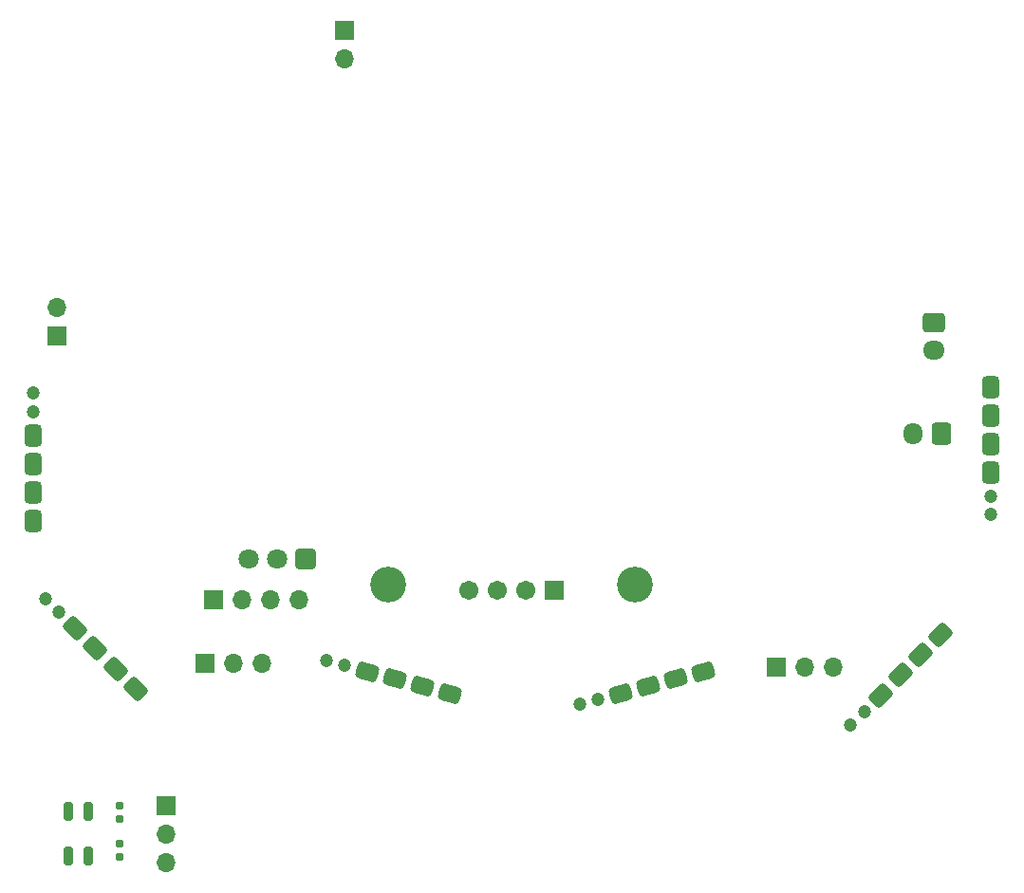
<source format=gbr>
%TF.GenerationSoftware,KiCad,Pcbnew,8.0.1*%
%TF.CreationDate,2025-03-10T11:27:29+01:00*%
%TF.ProjectId,main_board,6d61696e-5f62-46f6-9172-642e6b696361,rev?*%
%TF.SameCoordinates,Original*%
%TF.FileFunction,Soldermask,Bot*%
%TF.FilePolarity,Negative*%
%FSLAX46Y46*%
G04 Gerber Fmt 4.6, Leading zero omitted, Abs format (unit mm)*
G04 Created by KiCad (PCBNEW 8.0.1) date 2025-03-10 11:27:29*
%MOMM*%
%LPD*%
G01*
G04 APERTURE LIST*
G04 Aperture macros list*
%AMRoundRect*
0 Rectangle with rounded corners*
0 $1 Rounding radius*
0 $2 $3 $4 $5 $6 $7 $8 $9 X,Y pos of 4 corners*
0 Add a 4 corners polygon primitive as box body*
4,1,4,$2,$3,$4,$5,$6,$7,$8,$9,$2,$3,0*
0 Add four circle primitives for the rounded corners*
1,1,$1+$1,$2,$3*
1,1,$1+$1,$4,$5*
1,1,$1+$1,$6,$7*
1,1,$1+$1,$8,$9*
0 Add four rect primitives between the rounded corners*
20,1,$1+$1,$2,$3,$4,$5,0*
20,1,$1+$1,$4,$5,$6,$7,0*
20,1,$1+$1,$6,$7,$8,$9,0*
20,1,$1+$1,$8,$9,$2,$3,0*%
G04 Aperture macros list end*
%ADD10RoundRect,0.248400X0.651600X0.651600X-0.651600X0.651600X-0.651600X-0.651600X0.651600X-0.651600X0*%
%ADD11C,1.800000*%
%ADD12RoundRect,0.381000X-0.707107X0.168291X0.168291X-0.707107X0.707107X-0.168291X-0.168291X0.707107X0*%
%ADD13C,1.200000*%
%ADD14R,1.700000X1.700000*%
%ADD15O,1.700000X1.700000*%
%ADD16RoundRect,0.381000X0.381000X-0.619000X0.381000X0.619000X-0.381000X0.619000X-0.381000X-0.619000X0*%
%ADD17RoundRect,0.102000X0.754000X0.754000X-0.754000X0.754000X-0.754000X-0.754000X0.754000X-0.754000X0*%
%ADD18C,1.712000*%
%ADD19C,3.204000*%
%ADD20RoundRect,0.381000X-0.381000X0.619000X-0.381000X-0.619000X0.381000X-0.619000X0.381000X0.619000X0*%
%ADD21RoundRect,0.381000X-0.696518X-0.207809X0.499298X-0.528227X0.696518X0.207809X-0.499298X0.528227X0*%
%ADD22RoundRect,0.381000X-0.168291X-0.707107X0.707107X0.168291X0.168291X0.707107X-0.707107X-0.168291X0*%
%ADD23RoundRect,0.381000X-0.499298X-0.528227X0.696518X-0.207809X0.499298X0.528227X-0.696518X0.207809X0*%
%ADD24RoundRect,0.250000X-0.725000X0.600000X-0.725000X-0.600000X0.725000X-0.600000X0.725000X0.600000X0*%
%ADD25O,1.950000X1.700000*%
%ADD26RoundRect,0.197500X-0.197500X-0.632500X0.197500X-0.632500X0.197500X0.632500X-0.197500X0.632500X0*%
%ADD27RoundRect,0.160000X-0.160000X0.197500X-0.160000X-0.197500X0.160000X-0.197500X0.160000X0.197500X0*%
%ADD28RoundRect,0.250000X0.600000X0.725000X-0.600000X0.725000X-0.600000X-0.725000X0.600000X-0.725000X0*%
%ADD29O,1.700000X1.950000*%
%ADD30RoundRect,0.160000X0.160000X-0.197500X0.160000X0.197500X-0.160000X0.197500X-0.160000X-0.197500X0*%
G04 APERTURE END LIST*
D10*
%TO.C,U8*%
X128270000Y-117890000D03*
D11*
X125730000Y-117890000D03*
X123190000Y-117890000D03*
%TD*%
D12*
%TO.C,U7*%
X113111320Y-129417625D03*
X111320000Y-127640000D03*
X109523949Y-125843949D03*
X107740667Y-124042000D03*
D13*
X106258571Y-122578571D03*
X105082511Y-121383844D03*
%TD*%
D14*
%TO.C,J8*%
X131750000Y-70725000D03*
D15*
X131750000Y-73265000D03*
%TD*%
D14*
%TO.C,J7*%
X120080000Y-121475000D03*
D15*
X122620000Y-121475000D03*
X125160000Y-121475000D03*
X127700000Y-121475000D03*
%TD*%
D16*
%TO.C,U12*%
X189420316Y-102556375D03*
X189430000Y-105080000D03*
X189430000Y-107620000D03*
X189416800Y-110155141D03*
D13*
X189430000Y-112237941D03*
X189416800Y-113914341D03*
%TD*%
D17*
%TO.C,U5*%
X150500000Y-120670000D03*
D18*
X147960000Y-120670000D03*
X145420000Y-120670000D03*
X142880000Y-120670000D03*
D19*
X157690000Y-120170000D03*
X135690000Y-120170000D03*
%TD*%
D20*
%TO.C,U6*%
X103979684Y-114443625D03*
X103970000Y-111920000D03*
X103970000Y-109380000D03*
X103983200Y-106844859D03*
D13*
X103970000Y-104762059D03*
X103983200Y-103085659D03*
%TD*%
D21*
%TO.C,U9*%
X141143593Y-129871209D03*
X138703451Y-129227401D03*
X136250000Y-128570000D03*
X133804658Y-127901108D03*
D13*
X131789412Y-127374790D03*
X130173550Y-126928155D03*
%TD*%
D22*
%TO.C,U11*%
X184965625Y-124639347D03*
X183188000Y-126430667D03*
X181391949Y-128226718D03*
X179590000Y-130010000D03*
D13*
X178126571Y-131492096D03*
X176931844Y-132668156D03*
%TD*%
D23*
%TO.C,U10*%
X163748580Y-127900083D03*
X161313452Y-128562600D03*
X158860000Y-129220000D03*
X156407826Y-129863394D03*
D13*
X154399412Y-130415211D03*
X152776717Y-130836345D03*
%TD*%
D24*
%TO.C,J2*%
X184310000Y-96760000D03*
D25*
X184310000Y-99260000D03*
%TD*%
D14*
%TO.C,J6*%
X170290000Y-127520000D03*
D15*
X172830000Y-127520000D03*
X175370000Y-127520000D03*
%TD*%
D26*
%TO.C,U4*%
X107134366Y-140392500D03*
X107134366Y-144392500D03*
X108934366Y-140392500D03*
X108934366Y-144392500D03*
%TD*%
D27*
%TO.C,R1*%
X111700000Y-139845000D03*
X111700000Y-141040000D03*
%TD*%
D28*
%TO.C,J1*%
X185000000Y-106700000D03*
D29*
X182500000Y-106700000D03*
%TD*%
D30*
%TO.C,R4*%
X111690000Y-144417500D03*
X111690000Y-143222500D03*
%TD*%
D14*
%TO.C,J4*%
X115815000Y-139835000D03*
D15*
X115815000Y-142375000D03*
X115815000Y-144915000D03*
%TD*%
D14*
%TO.C,J5*%
X119320000Y-127150000D03*
D15*
X121860000Y-127150000D03*
X124400000Y-127150000D03*
%TD*%
D14*
%TO.C,J3*%
X106090000Y-97940000D03*
D15*
X106090000Y-95400000D03*
%TD*%
M02*

</source>
